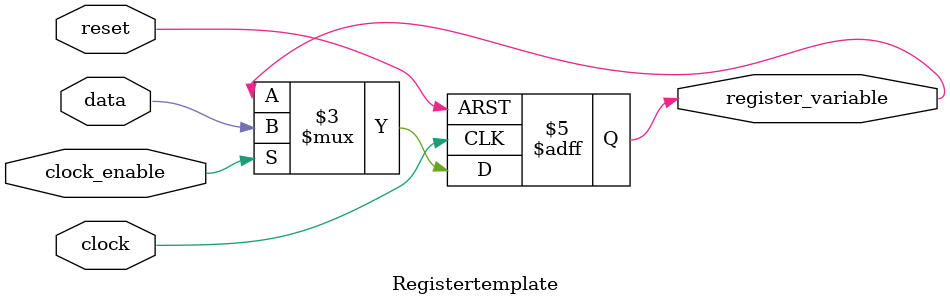
<source format=v>
module Registertemplate(reset, clock, register_variable, clock_enable, data);
input reset;
input clock;
input clock_enable;
input data;

output reg register_variable;

always @ (negedge reset or posedge clock)
begin
	// Reset whenever the reset signal goes low, regardless of the clock
	// or the clock enable
	if (!reset)
	begin
		register_variable <= 0;
	end
	// If not resetting, and the clock signal is enabled on this register,
	// update the register output on the clock's rising edge
	else
	begin
		if (clock_enable)
		begin
			register_variable <= data;
		end
	end
end
endmodule 
</source>
